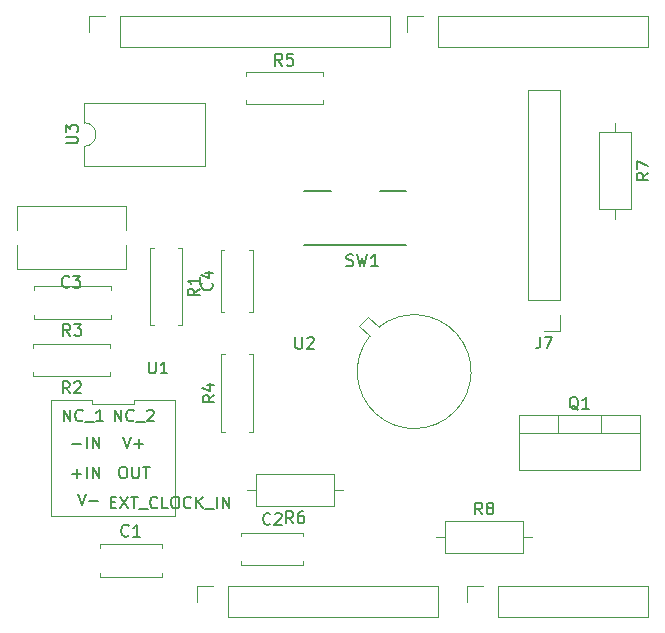
<source format=gbr>
%TF.GenerationSoftware,KiCad,Pcbnew,7.0.2*%
%TF.CreationDate,2024-01-22T00:44:54+01:00*%
%TF.ProjectId,MOSH_ISS_THANG_STEPH_JUNJIANG,4d4f5348-5f49-4535-935f-5448414e475f,rev?*%
%TF.SameCoordinates,Original*%
%TF.FileFunction,Legend,Top*%
%TF.FilePolarity,Positive*%
%FSLAX46Y46*%
G04 Gerber Fmt 4.6, Leading zero omitted, Abs format (unit mm)*
G04 Created by KiCad (PCBNEW 7.0.2) date 2024-01-22 00:44:54*
%MOMM*%
%LPD*%
G01*
G04 APERTURE LIST*
%ADD10C,0.150000*%
%ADD11C,0.120000*%
G04 APERTURE END LIST*
D10*
%TO.C,U1*%
X122548095Y-77142619D02*
X122548095Y-77952142D01*
X122548095Y-77952142D02*
X122595714Y-78047380D01*
X122595714Y-78047380D02*
X122643333Y-78095000D01*
X122643333Y-78095000D02*
X122738571Y-78142619D01*
X122738571Y-78142619D02*
X122929047Y-78142619D01*
X122929047Y-78142619D02*
X123024285Y-78095000D01*
X123024285Y-78095000D02*
X123071904Y-78047380D01*
X123071904Y-78047380D02*
X123119523Y-77952142D01*
X123119523Y-77952142D02*
X123119523Y-77142619D01*
X124119523Y-78142619D02*
X123548095Y-78142619D01*
X123833809Y-78142619D02*
X123833809Y-77142619D01*
X123833809Y-77142619D02*
X123738571Y-77285476D01*
X123738571Y-77285476D02*
X123643333Y-77380714D01*
X123643333Y-77380714D02*
X123548095Y-77428333D01*
X115317143Y-82206619D02*
X115317143Y-81206619D01*
X115317143Y-81206619D02*
X115888571Y-82206619D01*
X115888571Y-82206619D02*
X115888571Y-81206619D01*
X116936190Y-82111380D02*
X116888571Y-82159000D01*
X116888571Y-82159000D02*
X116745714Y-82206619D01*
X116745714Y-82206619D02*
X116650476Y-82206619D01*
X116650476Y-82206619D02*
X116507619Y-82159000D01*
X116507619Y-82159000D02*
X116412381Y-82063761D01*
X116412381Y-82063761D02*
X116364762Y-81968523D01*
X116364762Y-81968523D02*
X116317143Y-81778047D01*
X116317143Y-81778047D02*
X116317143Y-81635190D01*
X116317143Y-81635190D02*
X116364762Y-81444714D01*
X116364762Y-81444714D02*
X116412381Y-81349476D01*
X116412381Y-81349476D02*
X116507619Y-81254238D01*
X116507619Y-81254238D02*
X116650476Y-81206619D01*
X116650476Y-81206619D02*
X116745714Y-81206619D01*
X116745714Y-81206619D02*
X116888571Y-81254238D01*
X116888571Y-81254238D02*
X116936190Y-81301857D01*
X117126667Y-82301857D02*
X117888571Y-82301857D01*
X118650476Y-82206619D02*
X118079048Y-82206619D01*
X118364762Y-82206619D02*
X118364762Y-81206619D01*
X118364762Y-81206619D02*
X118269524Y-81349476D01*
X118269524Y-81349476D02*
X118174286Y-81444714D01*
X118174286Y-81444714D02*
X118079048Y-81492333D01*
X116071143Y-86651666D02*
X116833048Y-86651666D01*
X116452095Y-87032619D02*
X116452095Y-86270714D01*
X117309238Y-87032619D02*
X117309238Y-86032619D01*
X117785428Y-87032619D02*
X117785428Y-86032619D01*
X117785428Y-86032619D02*
X118356856Y-87032619D01*
X118356856Y-87032619D02*
X118356856Y-86032619D01*
X116071143Y-84111666D02*
X116833048Y-84111666D01*
X117309238Y-84492619D02*
X117309238Y-83492619D01*
X117785428Y-84492619D02*
X117785428Y-83492619D01*
X117785428Y-83492619D02*
X118356856Y-84492619D01*
X118356856Y-84492619D02*
X118356856Y-83492619D01*
X119635143Y-82206619D02*
X119635143Y-81206619D01*
X119635143Y-81206619D02*
X120206571Y-82206619D01*
X120206571Y-82206619D02*
X120206571Y-81206619D01*
X121254190Y-82111380D02*
X121206571Y-82159000D01*
X121206571Y-82159000D02*
X121063714Y-82206619D01*
X121063714Y-82206619D02*
X120968476Y-82206619D01*
X120968476Y-82206619D02*
X120825619Y-82159000D01*
X120825619Y-82159000D02*
X120730381Y-82063761D01*
X120730381Y-82063761D02*
X120682762Y-81968523D01*
X120682762Y-81968523D02*
X120635143Y-81778047D01*
X120635143Y-81778047D02*
X120635143Y-81635190D01*
X120635143Y-81635190D02*
X120682762Y-81444714D01*
X120682762Y-81444714D02*
X120730381Y-81349476D01*
X120730381Y-81349476D02*
X120825619Y-81254238D01*
X120825619Y-81254238D02*
X120968476Y-81206619D01*
X120968476Y-81206619D02*
X121063714Y-81206619D01*
X121063714Y-81206619D02*
X121206571Y-81254238D01*
X121206571Y-81254238D02*
X121254190Y-81301857D01*
X121444667Y-82301857D02*
X122206571Y-82301857D01*
X122397048Y-81301857D02*
X122444667Y-81254238D01*
X122444667Y-81254238D02*
X122539905Y-81206619D01*
X122539905Y-81206619D02*
X122778000Y-81206619D01*
X122778000Y-81206619D02*
X122873238Y-81254238D01*
X122873238Y-81254238D02*
X122920857Y-81301857D01*
X122920857Y-81301857D02*
X122968476Y-81397095D01*
X122968476Y-81397095D02*
X122968476Y-81492333D01*
X122968476Y-81492333D02*
X122920857Y-81635190D01*
X122920857Y-81635190D02*
X122349429Y-82206619D01*
X122349429Y-82206619D02*
X122968476Y-82206619D01*
X116515619Y-88318619D02*
X116848952Y-89318619D01*
X116848952Y-89318619D02*
X117182285Y-88318619D01*
X117515619Y-88937666D02*
X118277524Y-88937666D01*
X120278000Y-86032619D02*
X120468476Y-86032619D01*
X120468476Y-86032619D02*
X120563714Y-86080238D01*
X120563714Y-86080238D02*
X120658952Y-86175476D01*
X120658952Y-86175476D02*
X120706571Y-86365952D01*
X120706571Y-86365952D02*
X120706571Y-86699285D01*
X120706571Y-86699285D02*
X120658952Y-86889761D01*
X120658952Y-86889761D02*
X120563714Y-86985000D01*
X120563714Y-86985000D02*
X120468476Y-87032619D01*
X120468476Y-87032619D02*
X120278000Y-87032619D01*
X120278000Y-87032619D02*
X120182762Y-86985000D01*
X120182762Y-86985000D02*
X120087524Y-86889761D01*
X120087524Y-86889761D02*
X120039905Y-86699285D01*
X120039905Y-86699285D02*
X120039905Y-86365952D01*
X120039905Y-86365952D02*
X120087524Y-86175476D01*
X120087524Y-86175476D02*
X120182762Y-86080238D01*
X120182762Y-86080238D02*
X120278000Y-86032619D01*
X121135143Y-86032619D02*
X121135143Y-86842142D01*
X121135143Y-86842142D02*
X121182762Y-86937380D01*
X121182762Y-86937380D02*
X121230381Y-86985000D01*
X121230381Y-86985000D02*
X121325619Y-87032619D01*
X121325619Y-87032619D02*
X121516095Y-87032619D01*
X121516095Y-87032619D02*
X121611333Y-86985000D01*
X121611333Y-86985000D02*
X121658952Y-86937380D01*
X121658952Y-86937380D02*
X121706571Y-86842142D01*
X121706571Y-86842142D02*
X121706571Y-86032619D01*
X122039905Y-86032619D02*
X122611333Y-86032619D01*
X122325619Y-87032619D02*
X122325619Y-86032619D01*
X119302190Y-89048809D02*
X119635523Y-89048809D01*
X119778380Y-89572619D02*
X119302190Y-89572619D01*
X119302190Y-89572619D02*
X119302190Y-88572619D01*
X119302190Y-88572619D02*
X119778380Y-88572619D01*
X120111714Y-88572619D02*
X120778380Y-89572619D01*
X120778380Y-88572619D02*
X120111714Y-89572619D01*
X121016476Y-88572619D02*
X121587904Y-88572619D01*
X121302190Y-89572619D02*
X121302190Y-88572619D01*
X121683143Y-89667857D02*
X122445047Y-89667857D01*
X123254571Y-89477380D02*
X123206952Y-89525000D01*
X123206952Y-89525000D02*
X123064095Y-89572619D01*
X123064095Y-89572619D02*
X122968857Y-89572619D01*
X122968857Y-89572619D02*
X122826000Y-89525000D01*
X122826000Y-89525000D02*
X122730762Y-89429761D01*
X122730762Y-89429761D02*
X122683143Y-89334523D01*
X122683143Y-89334523D02*
X122635524Y-89144047D01*
X122635524Y-89144047D02*
X122635524Y-89001190D01*
X122635524Y-89001190D02*
X122683143Y-88810714D01*
X122683143Y-88810714D02*
X122730762Y-88715476D01*
X122730762Y-88715476D02*
X122826000Y-88620238D01*
X122826000Y-88620238D02*
X122968857Y-88572619D01*
X122968857Y-88572619D02*
X123064095Y-88572619D01*
X123064095Y-88572619D02*
X123206952Y-88620238D01*
X123206952Y-88620238D02*
X123254571Y-88667857D01*
X124159333Y-89572619D02*
X123683143Y-89572619D01*
X123683143Y-89572619D02*
X123683143Y-88572619D01*
X124683143Y-88572619D02*
X124873619Y-88572619D01*
X124873619Y-88572619D02*
X124968857Y-88620238D01*
X124968857Y-88620238D02*
X125064095Y-88715476D01*
X125064095Y-88715476D02*
X125111714Y-88905952D01*
X125111714Y-88905952D02*
X125111714Y-89239285D01*
X125111714Y-89239285D02*
X125064095Y-89429761D01*
X125064095Y-89429761D02*
X124968857Y-89525000D01*
X124968857Y-89525000D02*
X124873619Y-89572619D01*
X124873619Y-89572619D02*
X124683143Y-89572619D01*
X124683143Y-89572619D02*
X124587905Y-89525000D01*
X124587905Y-89525000D02*
X124492667Y-89429761D01*
X124492667Y-89429761D02*
X124445048Y-89239285D01*
X124445048Y-89239285D02*
X124445048Y-88905952D01*
X124445048Y-88905952D02*
X124492667Y-88715476D01*
X124492667Y-88715476D02*
X124587905Y-88620238D01*
X124587905Y-88620238D02*
X124683143Y-88572619D01*
X126111714Y-89477380D02*
X126064095Y-89525000D01*
X126064095Y-89525000D02*
X125921238Y-89572619D01*
X125921238Y-89572619D02*
X125826000Y-89572619D01*
X125826000Y-89572619D02*
X125683143Y-89525000D01*
X125683143Y-89525000D02*
X125587905Y-89429761D01*
X125587905Y-89429761D02*
X125540286Y-89334523D01*
X125540286Y-89334523D02*
X125492667Y-89144047D01*
X125492667Y-89144047D02*
X125492667Y-89001190D01*
X125492667Y-89001190D02*
X125540286Y-88810714D01*
X125540286Y-88810714D02*
X125587905Y-88715476D01*
X125587905Y-88715476D02*
X125683143Y-88620238D01*
X125683143Y-88620238D02*
X125826000Y-88572619D01*
X125826000Y-88572619D02*
X125921238Y-88572619D01*
X125921238Y-88572619D02*
X126064095Y-88620238D01*
X126064095Y-88620238D02*
X126111714Y-88667857D01*
X126540286Y-89572619D02*
X126540286Y-88572619D01*
X127111714Y-89572619D02*
X126683143Y-89001190D01*
X127111714Y-88572619D02*
X126540286Y-89144047D01*
X127302191Y-89667857D02*
X128064095Y-89667857D01*
X128302191Y-89572619D02*
X128302191Y-88572619D01*
X128778381Y-89572619D02*
X128778381Y-88572619D01*
X128778381Y-88572619D02*
X129349809Y-89572619D01*
X129349809Y-89572619D02*
X129349809Y-88572619D01*
X120325619Y-83492619D02*
X120658952Y-84492619D01*
X120658952Y-84492619D02*
X120992285Y-83492619D01*
X121325619Y-84111666D02*
X122087524Y-84111666D01*
X121706571Y-84492619D02*
X121706571Y-83730714D01*
%TO.C,U2*%
X134951220Y-75061003D02*
X134951220Y-75870526D01*
X134951220Y-75870526D02*
X134998839Y-75965764D01*
X134998839Y-75965764D02*
X135046458Y-76013384D01*
X135046458Y-76013384D02*
X135141696Y-76061003D01*
X135141696Y-76061003D02*
X135332172Y-76061003D01*
X135332172Y-76061003D02*
X135427410Y-76013384D01*
X135427410Y-76013384D02*
X135475029Y-75965764D01*
X135475029Y-75965764D02*
X135522648Y-75870526D01*
X135522648Y-75870526D02*
X135522648Y-75061003D01*
X135951220Y-75156241D02*
X135998839Y-75108622D01*
X135998839Y-75108622D02*
X136094077Y-75061003D01*
X136094077Y-75061003D02*
X136332172Y-75061003D01*
X136332172Y-75061003D02*
X136427410Y-75108622D01*
X136427410Y-75108622D02*
X136475029Y-75156241D01*
X136475029Y-75156241D02*
X136522648Y-75251479D01*
X136522648Y-75251479D02*
X136522648Y-75346717D01*
X136522648Y-75346717D02*
X136475029Y-75489574D01*
X136475029Y-75489574D02*
X135903601Y-76061003D01*
X135903601Y-76061003D02*
X136522648Y-76061003D01*
%TO.C,SW1*%
X139266667Y-69015000D02*
X139409524Y-69062619D01*
X139409524Y-69062619D02*
X139647619Y-69062619D01*
X139647619Y-69062619D02*
X139742857Y-69015000D01*
X139742857Y-69015000D02*
X139790476Y-68967380D01*
X139790476Y-68967380D02*
X139838095Y-68872142D01*
X139838095Y-68872142D02*
X139838095Y-68776904D01*
X139838095Y-68776904D02*
X139790476Y-68681666D01*
X139790476Y-68681666D02*
X139742857Y-68634047D01*
X139742857Y-68634047D02*
X139647619Y-68586428D01*
X139647619Y-68586428D02*
X139457143Y-68538809D01*
X139457143Y-68538809D02*
X139361905Y-68491190D01*
X139361905Y-68491190D02*
X139314286Y-68443571D01*
X139314286Y-68443571D02*
X139266667Y-68348333D01*
X139266667Y-68348333D02*
X139266667Y-68253095D01*
X139266667Y-68253095D02*
X139314286Y-68157857D01*
X139314286Y-68157857D02*
X139361905Y-68110238D01*
X139361905Y-68110238D02*
X139457143Y-68062619D01*
X139457143Y-68062619D02*
X139695238Y-68062619D01*
X139695238Y-68062619D02*
X139838095Y-68110238D01*
X140171429Y-68062619D02*
X140409524Y-69062619D01*
X140409524Y-69062619D02*
X140600000Y-68348333D01*
X140600000Y-68348333D02*
X140790476Y-69062619D01*
X140790476Y-69062619D02*
X141028572Y-68062619D01*
X141933333Y-69062619D02*
X141361905Y-69062619D01*
X141647619Y-69062619D02*
X141647619Y-68062619D01*
X141647619Y-68062619D02*
X141552381Y-68205476D01*
X141552381Y-68205476D02*
X141457143Y-68300714D01*
X141457143Y-68300714D02*
X141361905Y-68348333D01*
%TO.C,R3*%
X115883333Y-74962619D02*
X115550000Y-74486428D01*
X115311905Y-74962619D02*
X115311905Y-73962619D01*
X115311905Y-73962619D02*
X115692857Y-73962619D01*
X115692857Y-73962619D02*
X115788095Y-74010238D01*
X115788095Y-74010238D02*
X115835714Y-74057857D01*
X115835714Y-74057857D02*
X115883333Y-74153095D01*
X115883333Y-74153095D02*
X115883333Y-74295952D01*
X115883333Y-74295952D02*
X115835714Y-74391190D01*
X115835714Y-74391190D02*
X115788095Y-74438809D01*
X115788095Y-74438809D02*
X115692857Y-74486428D01*
X115692857Y-74486428D02*
X115311905Y-74486428D01*
X116216667Y-73962619D02*
X116835714Y-73962619D01*
X116835714Y-73962619D02*
X116502381Y-74343571D01*
X116502381Y-74343571D02*
X116645238Y-74343571D01*
X116645238Y-74343571D02*
X116740476Y-74391190D01*
X116740476Y-74391190D02*
X116788095Y-74438809D01*
X116788095Y-74438809D02*
X116835714Y-74534047D01*
X116835714Y-74534047D02*
X116835714Y-74772142D01*
X116835714Y-74772142D02*
X116788095Y-74867380D01*
X116788095Y-74867380D02*
X116740476Y-74915000D01*
X116740476Y-74915000D02*
X116645238Y-74962619D01*
X116645238Y-74962619D02*
X116359524Y-74962619D01*
X116359524Y-74962619D02*
X116264286Y-74915000D01*
X116264286Y-74915000D02*
X116216667Y-74867380D01*
%TO.C,R8*%
X150753333Y-90092619D02*
X150420000Y-89616428D01*
X150181905Y-90092619D02*
X150181905Y-89092619D01*
X150181905Y-89092619D02*
X150562857Y-89092619D01*
X150562857Y-89092619D02*
X150658095Y-89140238D01*
X150658095Y-89140238D02*
X150705714Y-89187857D01*
X150705714Y-89187857D02*
X150753333Y-89283095D01*
X150753333Y-89283095D02*
X150753333Y-89425952D01*
X150753333Y-89425952D02*
X150705714Y-89521190D01*
X150705714Y-89521190D02*
X150658095Y-89568809D01*
X150658095Y-89568809D02*
X150562857Y-89616428D01*
X150562857Y-89616428D02*
X150181905Y-89616428D01*
X151324762Y-89521190D02*
X151229524Y-89473571D01*
X151229524Y-89473571D02*
X151181905Y-89425952D01*
X151181905Y-89425952D02*
X151134286Y-89330714D01*
X151134286Y-89330714D02*
X151134286Y-89283095D01*
X151134286Y-89283095D02*
X151181905Y-89187857D01*
X151181905Y-89187857D02*
X151229524Y-89140238D01*
X151229524Y-89140238D02*
X151324762Y-89092619D01*
X151324762Y-89092619D02*
X151515238Y-89092619D01*
X151515238Y-89092619D02*
X151610476Y-89140238D01*
X151610476Y-89140238D02*
X151658095Y-89187857D01*
X151658095Y-89187857D02*
X151705714Y-89283095D01*
X151705714Y-89283095D02*
X151705714Y-89330714D01*
X151705714Y-89330714D02*
X151658095Y-89425952D01*
X151658095Y-89425952D02*
X151610476Y-89473571D01*
X151610476Y-89473571D02*
X151515238Y-89521190D01*
X151515238Y-89521190D02*
X151324762Y-89521190D01*
X151324762Y-89521190D02*
X151229524Y-89568809D01*
X151229524Y-89568809D02*
X151181905Y-89616428D01*
X151181905Y-89616428D02*
X151134286Y-89711666D01*
X151134286Y-89711666D02*
X151134286Y-89902142D01*
X151134286Y-89902142D02*
X151181905Y-89997380D01*
X151181905Y-89997380D02*
X151229524Y-90045000D01*
X151229524Y-90045000D02*
X151324762Y-90092619D01*
X151324762Y-90092619D02*
X151515238Y-90092619D01*
X151515238Y-90092619D02*
X151610476Y-90045000D01*
X151610476Y-90045000D02*
X151658095Y-89997380D01*
X151658095Y-89997380D02*
X151705714Y-89902142D01*
X151705714Y-89902142D02*
X151705714Y-89711666D01*
X151705714Y-89711666D02*
X151658095Y-89616428D01*
X151658095Y-89616428D02*
X151610476Y-89568809D01*
X151610476Y-89568809D02*
X151515238Y-89521190D01*
%TO.C,R5*%
X133833333Y-52092619D02*
X133500000Y-51616428D01*
X133261905Y-52092619D02*
X133261905Y-51092619D01*
X133261905Y-51092619D02*
X133642857Y-51092619D01*
X133642857Y-51092619D02*
X133738095Y-51140238D01*
X133738095Y-51140238D02*
X133785714Y-51187857D01*
X133785714Y-51187857D02*
X133833333Y-51283095D01*
X133833333Y-51283095D02*
X133833333Y-51425952D01*
X133833333Y-51425952D02*
X133785714Y-51521190D01*
X133785714Y-51521190D02*
X133738095Y-51568809D01*
X133738095Y-51568809D02*
X133642857Y-51616428D01*
X133642857Y-51616428D02*
X133261905Y-51616428D01*
X134738095Y-51092619D02*
X134261905Y-51092619D01*
X134261905Y-51092619D02*
X134214286Y-51568809D01*
X134214286Y-51568809D02*
X134261905Y-51521190D01*
X134261905Y-51521190D02*
X134357143Y-51473571D01*
X134357143Y-51473571D02*
X134595238Y-51473571D01*
X134595238Y-51473571D02*
X134690476Y-51521190D01*
X134690476Y-51521190D02*
X134738095Y-51568809D01*
X134738095Y-51568809D02*
X134785714Y-51664047D01*
X134785714Y-51664047D02*
X134785714Y-51902142D01*
X134785714Y-51902142D02*
X134738095Y-51997380D01*
X134738095Y-51997380D02*
X134690476Y-52045000D01*
X134690476Y-52045000D02*
X134595238Y-52092619D01*
X134595238Y-52092619D02*
X134357143Y-52092619D01*
X134357143Y-52092619D02*
X134261905Y-52045000D01*
X134261905Y-52045000D02*
X134214286Y-51997380D01*
%TO.C,C4*%
X127867380Y-70476666D02*
X127915000Y-70524285D01*
X127915000Y-70524285D02*
X127962619Y-70667142D01*
X127962619Y-70667142D02*
X127962619Y-70762380D01*
X127962619Y-70762380D02*
X127915000Y-70905237D01*
X127915000Y-70905237D02*
X127819761Y-71000475D01*
X127819761Y-71000475D02*
X127724523Y-71048094D01*
X127724523Y-71048094D02*
X127534047Y-71095713D01*
X127534047Y-71095713D02*
X127391190Y-71095713D01*
X127391190Y-71095713D02*
X127200714Y-71048094D01*
X127200714Y-71048094D02*
X127105476Y-71000475D01*
X127105476Y-71000475D02*
X127010238Y-70905237D01*
X127010238Y-70905237D02*
X126962619Y-70762380D01*
X126962619Y-70762380D02*
X126962619Y-70667142D01*
X126962619Y-70667142D02*
X127010238Y-70524285D01*
X127010238Y-70524285D02*
X127057857Y-70476666D01*
X127295952Y-69619523D02*
X127962619Y-69619523D01*
X126915000Y-69857618D02*
X127629285Y-70095713D01*
X127629285Y-70095713D02*
X127629285Y-69476666D01*
%TO.C,R2*%
X115833333Y-79832619D02*
X115500000Y-79356428D01*
X115261905Y-79832619D02*
X115261905Y-78832619D01*
X115261905Y-78832619D02*
X115642857Y-78832619D01*
X115642857Y-78832619D02*
X115738095Y-78880238D01*
X115738095Y-78880238D02*
X115785714Y-78927857D01*
X115785714Y-78927857D02*
X115833333Y-79023095D01*
X115833333Y-79023095D02*
X115833333Y-79165952D01*
X115833333Y-79165952D02*
X115785714Y-79261190D01*
X115785714Y-79261190D02*
X115738095Y-79308809D01*
X115738095Y-79308809D02*
X115642857Y-79356428D01*
X115642857Y-79356428D02*
X115261905Y-79356428D01*
X116214286Y-78927857D02*
X116261905Y-78880238D01*
X116261905Y-78880238D02*
X116357143Y-78832619D01*
X116357143Y-78832619D02*
X116595238Y-78832619D01*
X116595238Y-78832619D02*
X116690476Y-78880238D01*
X116690476Y-78880238D02*
X116738095Y-78927857D01*
X116738095Y-78927857D02*
X116785714Y-79023095D01*
X116785714Y-79023095D02*
X116785714Y-79118333D01*
X116785714Y-79118333D02*
X116738095Y-79261190D01*
X116738095Y-79261190D02*
X116166667Y-79832619D01*
X116166667Y-79832619D02*
X116785714Y-79832619D01*
%TO.C,C1*%
X120833333Y-91867380D02*
X120785714Y-91915000D01*
X120785714Y-91915000D02*
X120642857Y-91962619D01*
X120642857Y-91962619D02*
X120547619Y-91962619D01*
X120547619Y-91962619D02*
X120404762Y-91915000D01*
X120404762Y-91915000D02*
X120309524Y-91819761D01*
X120309524Y-91819761D02*
X120261905Y-91724523D01*
X120261905Y-91724523D02*
X120214286Y-91534047D01*
X120214286Y-91534047D02*
X120214286Y-91391190D01*
X120214286Y-91391190D02*
X120261905Y-91200714D01*
X120261905Y-91200714D02*
X120309524Y-91105476D01*
X120309524Y-91105476D02*
X120404762Y-91010238D01*
X120404762Y-91010238D02*
X120547619Y-90962619D01*
X120547619Y-90962619D02*
X120642857Y-90962619D01*
X120642857Y-90962619D02*
X120785714Y-91010238D01*
X120785714Y-91010238D02*
X120833333Y-91057857D01*
X121785714Y-91962619D02*
X121214286Y-91962619D01*
X121500000Y-91962619D02*
X121500000Y-90962619D01*
X121500000Y-90962619D02*
X121404762Y-91105476D01*
X121404762Y-91105476D02*
X121309524Y-91200714D01*
X121309524Y-91200714D02*
X121214286Y-91248333D01*
%TO.C,R7*%
X164832619Y-61166666D02*
X164356428Y-61499999D01*
X164832619Y-61738094D02*
X163832619Y-61738094D01*
X163832619Y-61738094D02*
X163832619Y-61357142D01*
X163832619Y-61357142D02*
X163880238Y-61261904D01*
X163880238Y-61261904D02*
X163927857Y-61214285D01*
X163927857Y-61214285D02*
X164023095Y-61166666D01*
X164023095Y-61166666D02*
X164165952Y-61166666D01*
X164165952Y-61166666D02*
X164261190Y-61214285D01*
X164261190Y-61214285D02*
X164308809Y-61261904D01*
X164308809Y-61261904D02*
X164356428Y-61357142D01*
X164356428Y-61357142D02*
X164356428Y-61738094D01*
X163832619Y-60833332D02*
X163832619Y-60166666D01*
X163832619Y-60166666D02*
X164832619Y-60595237D01*
%TO.C,Q1*%
X158904761Y-81232857D02*
X158809523Y-81185238D01*
X158809523Y-81185238D02*
X158714285Y-81090000D01*
X158714285Y-81090000D02*
X158571428Y-80947142D01*
X158571428Y-80947142D02*
X158476190Y-80899523D01*
X158476190Y-80899523D02*
X158380952Y-80899523D01*
X158428571Y-81137619D02*
X158333333Y-81090000D01*
X158333333Y-81090000D02*
X158238095Y-80994761D01*
X158238095Y-80994761D02*
X158190476Y-80804285D01*
X158190476Y-80804285D02*
X158190476Y-80470952D01*
X158190476Y-80470952D02*
X158238095Y-80280476D01*
X158238095Y-80280476D02*
X158333333Y-80185238D01*
X158333333Y-80185238D02*
X158428571Y-80137619D01*
X158428571Y-80137619D02*
X158619047Y-80137619D01*
X158619047Y-80137619D02*
X158714285Y-80185238D01*
X158714285Y-80185238D02*
X158809523Y-80280476D01*
X158809523Y-80280476D02*
X158857142Y-80470952D01*
X158857142Y-80470952D02*
X158857142Y-80804285D01*
X158857142Y-80804285D02*
X158809523Y-80994761D01*
X158809523Y-80994761D02*
X158714285Y-81090000D01*
X158714285Y-81090000D02*
X158619047Y-81137619D01*
X158619047Y-81137619D02*
X158428571Y-81137619D01*
X159809523Y-81137619D02*
X159238095Y-81137619D01*
X159523809Y-81137619D02*
X159523809Y-80137619D01*
X159523809Y-80137619D02*
X159428571Y-80280476D01*
X159428571Y-80280476D02*
X159333333Y-80375714D01*
X159333333Y-80375714D02*
X159238095Y-80423333D01*
%TO.C,U3*%
X115512619Y-58681904D02*
X116322142Y-58681904D01*
X116322142Y-58681904D02*
X116417380Y-58634285D01*
X116417380Y-58634285D02*
X116465000Y-58586666D01*
X116465000Y-58586666D02*
X116512619Y-58491428D01*
X116512619Y-58491428D02*
X116512619Y-58300952D01*
X116512619Y-58300952D02*
X116465000Y-58205714D01*
X116465000Y-58205714D02*
X116417380Y-58158095D01*
X116417380Y-58158095D02*
X116322142Y-58110476D01*
X116322142Y-58110476D02*
X115512619Y-58110476D01*
X115512619Y-57729523D02*
X115512619Y-57110476D01*
X115512619Y-57110476D02*
X115893571Y-57443809D01*
X115893571Y-57443809D02*
X115893571Y-57300952D01*
X115893571Y-57300952D02*
X115941190Y-57205714D01*
X115941190Y-57205714D02*
X115988809Y-57158095D01*
X115988809Y-57158095D02*
X116084047Y-57110476D01*
X116084047Y-57110476D02*
X116322142Y-57110476D01*
X116322142Y-57110476D02*
X116417380Y-57158095D01*
X116417380Y-57158095D02*
X116465000Y-57205714D01*
X116465000Y-57205714D02*
X116512619Y-57300952D01*
X116512619Y-57300952D02*
X116512619Y-57586666D01*
X116512619Y-57586666D02*
X116465000Y-57681904D01*
X116465000Y-57681904D02*
X116417380Y-57729523D01*
%TO.C,R4*%
X128092619Y-79976666D02*
X127616428Y-80309999D01*
X128092619Y-80548094D02*
X127092619Y-80548094D01*
X127092619Y-80548094D02*
X127092619Y-80167142D01*
X127092619Y-80167142D02*
X127140238Y-80071904D01*
X127140238Y-80071904D02*
X127187857Y-80024285D01*
X127187857Y-80024285D02*
X127283095Y-79976666D01*
X127283095Y-79976666D02*
X127425952Y-79976666D01*
X127425952Y-79976666D02*
X127521190Y-80024285D01*
X127521190Y-80024285D02*
X127568809Y-80071904D01*
X127568809Y-80071904D02*
X127616428Y-80167142D01*
X127616428Y-80167142D02*
X127616428Y-80548094D01*
X127425952Y-79119523D02*
X128092619Y-79119523D01*
X127045000Y-79357618D02*
X127759285Y-79595713D01*
X127759285Y-79595713D02*
X127759285Y-78976666D01*
%TO.C,C3*%
X115793333Y-70797380D02*
X115745714Y-70845000D01*
X115745714Y-70845000D02*
X115602857Y-70892619D01*
X115602857Y-70892619D02*
X115507619Y-70892619D01*
X115507619Y-70892619D02*
X115364762Y-70845000D01*
X115364762Y-70845000D02*
X115269524Y-70749761D01*
X115269524Y-70749761D02*
X115221905Y-70654523D01*
X115221905Y-70654523D02*
X115174286Y-70464047D01*
X115174286Y-70464047D02*
X115174286Y-70321190D01*
X115174286Y-70321190D02*
X115221905Y-70130714D01*
X115221905Y-70130714D02*
X115269524Y-70035476D01*
X115269524Y-70035476D02*
X115364762Y-69940238D01*
X115364762Y-69940238D02*
X115507619Y-69892619D01*
X115507619Y-69892619D02*
X115602857Y-69892619D01*
X115602857Y-69892619D02*
X115745714Y-69940238D01*
X115745714Y-69940238D02*
X115793333Y-69987857D01*
X116126667Y-69892619D02*
X116745714Y-69892619D01*
X116745714Y-69892619D02*
X116412381Y-70273571D01*
X116412381Y-70273571D02*
X116555238Y-70273571D01*
X116555238Y-70273571D02*
X116650476Y-70321190D01*
X116650476Y-70321190D02*
X116698095Y-70368809D01*
X116698095Y-70368809D02*
X116745714Y-70464047D01*
X116745714Y-70464047D02*
X116745714Y-70702142D01*
X116745714Y-70702142D02*
X116698095Y-70797380D01*
X116698095Y-70797380D02*
X116650476Y-70845000D01*
X116650476Y-70845000D02*
X116555238Y-70892619D01*
X116555238Y-70892619D02*
X116269524Y-70892619D01*
X116269524Y-70892619D02*
X116174286Y-70845000D01*
X116174286Y-70845000D02*
X116126667Y-70797380D01*
%TO.C,J7*%
X155666666Y-75032619D02*
X155666666Y-75746904D01*
X155666666Y-75746904D02*
X155619047Y-75889761D01*
X155619047Y-75889761D02*
X155523809Y-75985000D01*
X155523809Y-75985000D02*
X155380952Y-76032619D01*
X155380952Y-76032619D02*
X155285714Y-76032619D01*
X156047619Y-75032619D02*
X156714285Y-75032619D01*
X156714285Y-75032619D02*
X156285714Y-76032619D01*
%TO.C,C2*%
X132833333Y-90867380D02*
X132785714Y-90915000D01*
X132785714Y-90915000D02*
X132642857Y-90962619D01*
X132642857Y-90962619D02*
X132547619Y-90962619D01*
X132547619Y-90962619D02*
X132404762Y-90915000D01*
X132404762Y-90915000D02*
X132309524Y-90819761D01*
X132309524Y-90819761D02*
X132261905Y-90724523D01*
X132261905Y-90724523D02*
X132214286Y-90534047D01*
X132214286Y-90534047D02*
X132214286Y-90391190D01*
X132214286Y-90391190D02*
X132261905Y-90200714D01*
X132261905Y-90200714D02*
X132309524Y-90105476D01*
X132309524Y-90105476D02*
X132404762Y-90010238D01*
X132404762Y-90010238D02*
X132547619Y-89962619D01*
X132547619Y-89962619D02*
X132642857Y-89962619D01*
X132642857Y-89962619D02*
X132785714Y-90010238D01*
X132785714Y-90010238D02*
X132833333Y-90057857D01*
X133214286Y-90057857D02*
X133261905Y-90010238D01*
X133261905Y-90010238D02*
X133357143Y-89962619D01*
X133357143Y-89962619D02*
X133595238Y-89962619D01*
X133595238Y-89962619D02*
X133690476Y-90010238D01*
X133690476Y-90010238D02*
X133738095Y-90057857D01*
X133738095Y-90057857D02*
X133785714Y-90153095D01*
X133785714Y-90153095D02*
X133785714Y-90248333D01*
X133785714Y-90248333D02*
X133738095Y-90391190D01*
X133738095Y-90391190D02*
X133166667Y-90962619D01*
X133166667Y-90962619D02*
X133785714Y-90962619D01*
%TO.C,R6*%
X134753333Y-90832619D02*
X134420000Y-90356428D01*
X134181905Y-90832619D02*
X134181905Y-89832619D01*
X134181905Y-89832619D02*
X134562857Y-89832619D01*
X134562857Y-89832619D02*
X134658095Y-89880238D01*
X134658095Y-89880238D02*
X134705714Y-89927857D01*
X134705714Y-89927857D02*
X134753333Y-90023095D01*
X134753333Y-90023095D02*
X134753333Y-90165952D01*
X134753333Y-90165952D02*
X134705714Y-90261190D01*
X134705714Y-90261190D02*
X134658095Y-90308809D01*
X134658095Y-90308809D02*
X134562857Y-90356428D01*
X134562857Y-90356428D02*
X134181905Y-90356428D01*
X135610476Y-89832619D02*
X135420000Y-89832619D01*
X135420000Y-89832619D02*
X135324762Y-89880238D01*
X135324762Y-89880238D02*
X135277143Y-89927857D01*
X135277143Y-89927857D02*
X135181905Y-90070714D01*
X135181905Y-90070714D02*
X135134286Y-90261190D01*
X135134286Y-90261190D02*
X135134286Y-90642142D01*
X135134286Y-90642142D02*
X135181905Y-90737380D01*
X135181905Y-90737380D02*
X135229524Y-90785000D01*
X135229524Y-90785000D02*
X135324762Y-90832619D01*
X135324762Y-90832619D02*
X135515238Y-90832619D01*
X135515238Y-90832619D02*
X135610476Y-90785000D01*
X135610476Y-90785000D02*
X135658095Y-90737380D01*
X135658095Y-90737380D02*
X135705714Y-90642142D01*
X135705714Y-90642142D02*
X135705714Y-90404047D01*
X135705714Y-90404047D02*
X135658095Y-90308809D01*
X135658095Y-90308809D02*
X135610476Y-90261190D01*
X135610476Y-90261190D02*
X135515238Y-90213571D01*
X135515238Y-90213571D02*
X135324762Y-90213571D01*
X135324762Y-90213571D02*
X135229524Y-90261190D01*
X135229524Y-90261190D02*
X135181905Y-90308809D01*
X135181905Y-90308809D02*
X135134286Y-90404047D01*
%TO.C,R1*%
X126832619Y-70976666D02*
X126356428Y-71309999D01*
X126832619Y-71548094D02*
X125832619Y-71548094D01*
X125832619Y-71548094D02*
X125832619Y-71167142D01*
X125832619Y-71167142D02*
X125880238Y-71071904D01*
X125880238Y-71071904D02*
X125927857Y-71024285D01*
X125927857Y-71024285D02*
X126023095Y-70976666D01*
X126023095Y-70976666D02*
X126165952Y-70976666D01*
X126165952Y-70976666D02*
X126261190Y-71024285D01*
X126261190Y-71024285D02*
X126308809Y-71071904D01*
X126308809Y-71071904D02*
X126356428Y-71167142D01*
X126356428Y-71167142D02*
X126356428Y-71548094D01*
X126832619Y-70024285D02*
X126832619Y-70595713D01*
X126832619Y-70309999D02*
X125832619Y-70309999D01*
X125832619Y-70309999D02*
X125975476Y-70405237D01*
X125975476Y-70405237D02*
X126070714Y-70500475D01*
X126070714Y-70500475D02*
X126118333Y-70595713D01*
D11*
%TO.C,J1*%
X129210000Y-98790000D02*
X147050000Y-98790000D01*
X129210000Y-98790000D02*
X129210000Y-96130000D01*
X147050000Y-98790000D02*
X147050000Y-96130000D01*
X126610000Y-97460000D02*
X126610000Y-96130000D01*
X126610000Y-96130000D02*
X127940000Y-96130000D01*
X129210000Y-96130000D02*
X147050000Y-96130000D01*
%TO.C,J3*%
X152070000Y-98790000D02*
X164830000Y-98790000D01*
X152070000Y-98790000D02*
X152070000Y-96130000D01*
X164830000Y-98790000D02*
X164830000Y-96130000D01*
X149470000Y-97460000D02*
X149470000Y-96130000D01*
X149470000Y-96130000D02*
X150800000Y-96130000D01*
X152070000Y-96130000D02*
X164830000Y-96130000D01*
%TO.C,J2*%
X120066000Y-50530000D02*
X142986000Y-50530000D01*
X120066000Y-50530000D02*
X120066000Y-47870000D01*
X142986000Y-50530000D02*
X142986000Y-47870000D01*
X117466000Y-49200000D02*
X117466000Y-47870000D01*
X117466000Y-47870000D02*
X118796000Y-47870000D01*
X120066000Y-47870000D02*
X142986000Y-47870000D01*
%TO.C,J4*%
X146990000Y-50530000D02*
X164830000Y-50530000D01*
X146990000Y-50530000D02*
X146990000Y-47870000D01*
X164830000Y-50530000D02*
X164830000Y-47870000D01*
X144390000Y-49200000D02*
X144390000Y-47870000D01*
X144390000Y-47870000D02*
X145720000Y-47870000D01*
X146990000Y-47870000D02*
X164830000Y-47870000D01*
%TO.C,U1*%
X124760000Y-80390000D02*
X121253333Y-80390000D01*
X121253333Y-80390000D02*
X121253333Y-80750000D01*
X117746667Y-80390000D02*
X114240000Y-80390000D01*
X114240000Y-80390000D02*
X114240000Y-90210000D01*
X121253333Y-80750000D02*
X117746667Y-80750000D01*
X117746667Y-80750000D02*
X117746667Y-80390000D01*
X124760000Y-90210000D02*
X124760000Y-80390000D01*
X114240000Y-90210000D02*
X124760000Y-90210000D01*
%TO.C,U2*%
X140339144Y-74111961D02*
X141230098Y-75002916D01*
X141116961Y-73334144D02*
X140339144Y-74111961D01*
X142007916Y-74225098D02*
X141116961Y-73334144D01*
X141230327Y-75002629D02*
G75*
G03*
X142007916Y-74225099I3774673J-2997371D01*
G01*
D10*
%TO.C,SW1*%
X144300000Y-67300000D02*
X135700000Y-67300000D01*
X144300000Y-62700000D02*
X142100000Y-62700000D01*
X138000000Y-62700000D02*
X135700000Y-62700000D01*
D11*
%TO.C,R3*%
X119320000Y-73500000D02*
X112780000Y-73500000D01*
X119320000Y-73170000D02*
X119320000Y-73500000D01*
X119320000Y-71090000D02*
X119320000Y-70760000D01*
X119320000Y-70760000D02*
X112780000Y-70760000D01*
X112780000Y-73500000D02*
X112780000Y-73170000D01*
X112780000Y-70760000D02*
X112780000Y-71090000D01*
%TO.C,R8*%
X146880000Y-92000000D02*
X147650000Y-92000000D01*
X147650000Y-90630000D02*
X147650000Y-93370000D01*
X147650000Y-93370000D02*
X154190000Y-93370000D01*
X154190000Y-90630000D02*
X147650000Y-90630000D01*
X154190000Y-93370000D02*
X154190000Y-90630000D01*
X154960000Y-92000000D02*
X154190000Y-92000000D01*
%TO.C,R5*%
X130730000Y-52630000D02*
X137270000Y-52630000D01*
X130730000Y-52960000D02*
X130730000Y-52630000D01*
X130730000Y-55040000D02*
X130730000Y-55370000D01*
X130730000Y-55370000D02*
X137270000Y-55370000D01*
X137270000Y-52630000D02*
X137270000Y-52960000D01*
X137270000Y-55370000D02*
X137270000Y-55040000D01*
%TO.C,C4*%
X128630000Y-72930000D02*
X128945000Y-72930000D01*
X128630000Y-72930000D02*
X128630000Y-67690000D01*
X131055000Y-72930000D02*
X131370000Y-72930000D01*
X131370000Y-72930000D02*
X131370000Y-67690000D01*
X128630000Y-67690000D02*
X128945000Y-67690000D01*
X131055000Y-67690000D02*
X131370000Y-67690000D01*
%TO.C,R2*%
X119270000Y-78370000D02*
X112730000Y-78370000D01*
X119270000Y-78040000D02*
X119270000Y-78370000D01*
X119270000Y-75960000D02*
X119270000Y-75630000D01*
X119270000Y-75630000D02*
X112730000Y-75630000D01*
X112730000Y-78370000D02*
X112730000Y-78040000D01*
X112730000Y-75630000D02*
X112730000Y-75960000D01*
%TO.C,C1*%
X118380000Y-92630000D02*
X118380000Y-92945000D01*
X118380000Y-92630000D02*
X123620000Y-92630000D01*
X118380000Y-95055000D02*
X118380000Y-95370000D01*
X118380000Y-95370000D02*
X123620000Y-95370000D01*
X123620000Y-92630000D02*
X123620000Y-92945000D01*
X123620000Y-95055000D02*
X123620000Y-95370000D01*
%TO.C,R7*%
X162000000Y-56960000D02*
X162000000Y-57730000D01*
X163370000Y-57730000D02*
X160630000Y-57730000D01*
X160630000Y-57730000D02*
X160630000Y-64270000D01*
X163370000Y-64270000D02*
X163370000Y-57730000D01*
X160630000Y-64270000D02*
X163370000Y-64270000D01*
X162000000Y-65040000D02*
X162000000Y-64270000D01*
%TO.C,Q1*%
X153880000Y-81675000D02*
X153880000Y-86316000D01*
X153880000Y-81675000D02*
X164120000Y-81675000D01*
X153880000Y-83185000D02*
X164120000Y-83185000D01*
X153880000Y-86316000D02*
X164120000Y-86316000D01*
X157150000Y-81675000D02*
X157150000Y-83185000D01*
X160851000Y-81675000D02*
X160851000Y-83185000D01*
X164120000Y-81675000D02*
X164120000Y-86316000D01*
%TO.C,U3*%
X117050000Y-60570000D02*
X127330000Y-60570000D01*
X127330000Y-60570000D02*
X127330000Y-55270000D01*
X117050000Y-58920000D02*
X117050000Y-60570000D01*
X117050000Y-55270000D02*
X117050000Y-56920000D01*
X127330000Y-55270000D02*
X117050000Y-55270000D01*
X117050000Y-58920000D02*
G75*
G03*
X117050000Y-56920000I0J1000000D01*
G01*
%TO.C,R4*%
X128630000Y-83080000D02*
X128630000Y-76540000D01*
X128960000Y-83080000D02*
X128630000Y-83080000D01*
X131040000Y-83080000D02*
X131370000Y-83080000D01*
X131370000Y-83080000D02*
X131370000Y-76540000D01*
X128630000Y-76540000D02*
X128960000Y-76540000D01*
X131370000Y-76540000D02*
X131040000Y-76540000D01*
%TO.C,C3*%
X120580000Y-69300000D02*
X120580000Y-67295000D01*
X120580000Y-69300000D02*
X111340000Y-69300000D01*
X120580000Y-65965000D02*
X120580000Y-63960000D01*
X120580000Y-63960000D02*
X111340000Y-63960000D01*
X111340000Y-69300000D02*
X111340000Y-67295000D01*
X111340000Y-65965000D02*
X111340000Y-63960000D01*
%TO.C,J7*%
X157330000Y-74570000D02*
X156000000Y-74570000D01*
X157330000Y-73240000D02*
X157330000Y-74570000D01*
X157330000Y-71970000D02*
X157330000Y-54130000D01*
X157330000Y-71970000D02*
X154670000Y-71970000D01*
X157330000Y-54130000D02*
X154670000Y-54130000D01*
X154670000Y-71970000D02*
X154670000Y-54130000D01*
%TO.C,C2*%
X130380000Y-91630000D02*
X130380000Y-91945000D01*
X130380000Y-91630000D02*
X135620000Y-91630000D01*
X130380000Y-94055000D02*
X130380000Y-94370000D01*
X130380000Y-94370000D02*
X135620000Y-94370000D01*
X135620000Y-91630000D02*
X135620000Y-91945000D01*
X135620000Y-94055000D02*
X135620000Y-94370000D01*
%TO.C,R6*%
X138960000Y-88000000D02*
X138190000Y-88000000D01*
X138190000Y-89370000D02*
X138190000Y-86630000D01*
X138190000Y-86630000D02*
X131650000Y-86630000D01*
X131650000Y-89370000D02*
X138190000Y-89370000D01*
X131650000Y-86630000D02*
X131650000Y-89370000D01*
X130880000Y-88000000D02*
X131650000Y-88000000D01*
%TO.C,R1*%
X125370000Y-67540000D02*
X125370000Y-74080000D01*
X125040000Y-67540000D02*
X125370000Y-67540000D01*
X122960000Y-67540000D02*
X122630000Y-67540000D01*
X122630000Y-67540000D02*
X122630000Y-74080000D01*
X125370000Y-74080000D02*
X125040000Y-74080000D01*
X122630000Y-74080000D02*
X122960000Y-74080000D01*
%TD*%
M02*

</source>
